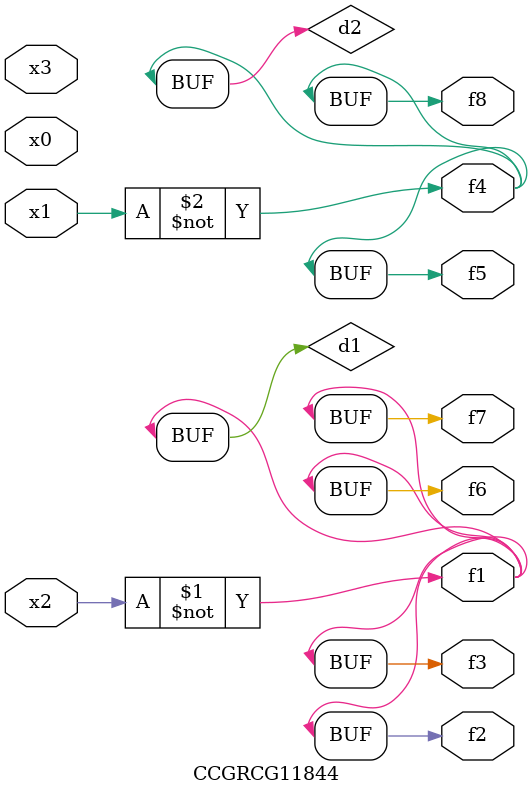
<source format=v>
module CCGRCG11844(
	input x0, x1, x2, x3,
	output f1, f2, f3, f4, f5, f6, f7, f8
);

	wire d1, d2;

	xnor (d1, x2);
	not (d2, x1);
	assign f1 = d1;
	assign f2 = d1;
	assign f3 = d1;
	assign f4 = d2;
	assign f5 = d2;
	assign f6 = d1;
	assign f7 = d1;
	assign f8 = d2;
endmodule

</source>
